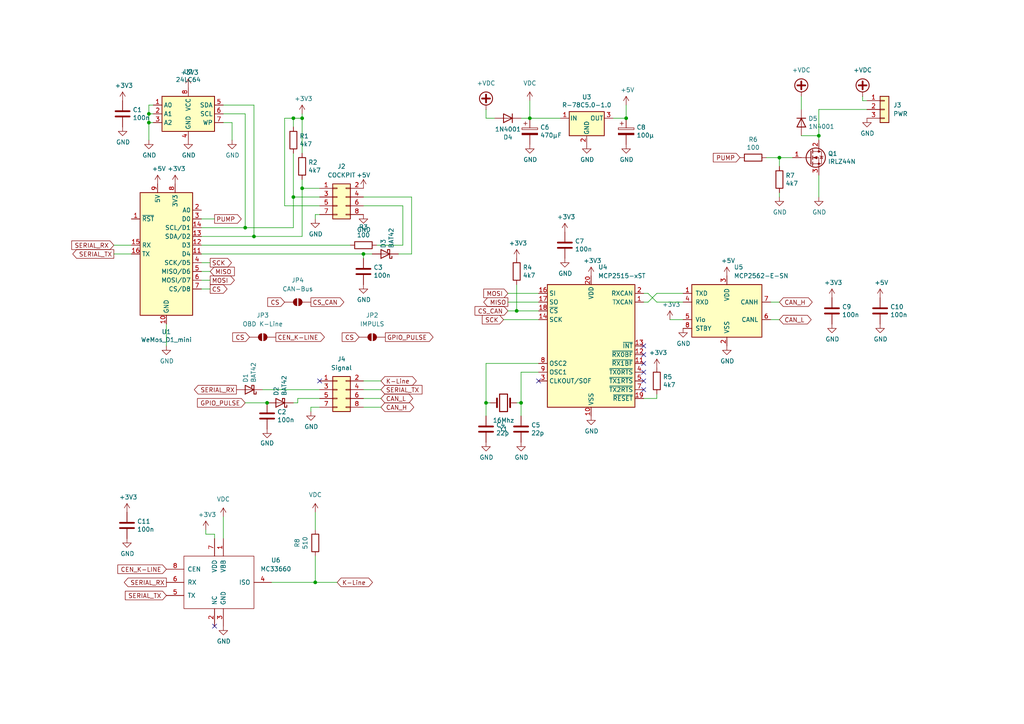
<source format=kicad_sch>
(kicad_sch (version 20250114) (generator "eeschema") (generator_version "9.0")
  (paper "A4")
  (title_block (title "KTM CAN Oiler") (date "2022-01-17") (rev "1.3") (company "Marcel Peterkau"))
  (lib_symbols
    (symbol "Connector_Generic:Conn_01x03" (pin_names (offset 1.016) (hide yes))
      (property "Reference" "J" (at 0 5.08 0))
      (property "Value" "Conn_01x03" (at 0 -5.08 0))
      (symbol "Conn_01x03_1_1"
        (rectangle (start -1.27 3.81) (end 1.27 -3.81) (stroke (width 0.254)) (fill (type background)))
        (rectangle (start -1.27 2.667) (end 0 2.413) (stroke (width 0.1524)))
        (rectangle (start -1.27 0.127) (end 0 -0.127) (stroke (width 0.1524)))
        (rectangle (start -1.27 -2.413) (end 0 -2.667) (stroke (width 0.1524)))
        (pin passive line (at -5.08 2.54 0) (length 3.81) (name "Pin_1") (number "1"))
        (pin passive line (at -5.08 0 0) (length 3.81) (name "Pin_2") (number "2"))
        (pin passive line (at -5.08 -2.54 0) (length 3.81) (name "Pin_3") (number "3"))
      )
    )
    (symbol "Connector_Generic:Conn_02x04_Odd_Even" (pin_names (offset 1.016) (hide yes))
      (property "Reference" "J" (at 1.27 5.08 0))
      (property "Value" "Conn_02x04_Odd_Even" (at 1.27 -7.62 0))
      (symbol "Conn_02x04_Odd_Even_1_1"
        (rectangle (start -1.27 3.81) (end 3.81 -6.35) (stroke (width 0.254)) (fill (type background)))
        (rectangle (start -1.27 2.667) (end 0 2.413) (stroke (width 0.1524)))
        (rectangle (start -1.27 0.127) (end 0 -0.127) (stroke (width 0.1524)))
        (rectangle (start -1.27 -2.413) (end 0 -2.667) (stroke (width 0.1524)))
        (rectangle (start -1.27 -4.953) (end 0 -5.207) (stroke (width 0.1524)))
        (rectangle (start 3.81 2.667) (end 2.54 2.413) (stroke (width 0.1524)))
        (rectangle (start 3.81 0.127) (end 2.54 -0.127) (stroke (width 0.1524)))
        (rectangle (start 3.81 -2.413) (end 2.54 -2.667) (stroke (width 0.1524)))
        (rectangle (start 3.81 -4.953) (end 2.54 -5.207) (stroke (width 0.1524)))
        (pin passive line (at -5.08 2.54 0) (length 3.81) (name "Pin_1") (number "1"))
        (pin passive line (at -5.08 0 0) (length 3.81) (name "Pin_3") (number "3"))
        (pin passive line (at -5.08 -2.54 0) (length 3.81) (name "Pin_5") (number "5"))
        (pin passive line (at -5.08 -5.08 0) (length 3.81) (name "Pin_7") (number "7"))
        (pin passive line (at 7.62 2.54 180) (length 3.81) (name "Pin_2") (number "2"))
        (pin passive line (at 7.62 0 180) (length 3.81) (name "Pin_4") (number "4"))
        (pin passive line (at 7.62 -2.54 180) (length 3.81) (name "Pin_6") (number "6"))
        (pin passive line (at 7.62 -5.08 180) (length 3.81) (name "Pin_8") (number "8"))
      )
    )
    (symbol "Device:C" (pin_numbers (hide yes)) (pin_names (offset 0.254))
      (property "Reference" "C" (at 0.635 2.54 0))
      (property "Value" "C" (at 0.635 -2.54 0))
      (symbol "C_0_1"
        (polyline (pts (xy -2.032 0.762) (xy 2.032 0.762)) (stroke (width 0.508)))
        (polyline (pts (xy -2.032 -0.762) (xy 2.032 -0.762)) (stroke (width 0.508)))
      )
      (symbol "C_1_1"
        (pin passive line (at 0 3.81 270) (length 2.794) (name "~") (number "1"))
        (pin passive line (at 0 -3.81 90) (length 2.794) (name "~") (number "2"))
      )
    )
    (symbol "Device:CP" (pin_numbers (hide yes)) (pin_names (offset 0.254))
      (property "Reference" "C" (at 0.635 2.54 0))
      (property "Value" "Device_CP" (at 0.635 -2.54 0))
      (symbol "CP_0_1"
        (rectangle (start -2.286 0.508) (end 2.286 1.016))
        (polyline (pts (xy -1.778 2.286) (xy -0.762 2.286)))
        (polyline (pts (xy -1.27 2.794) (xy -1.27 1.778)))
        (rectangle (start 2.286 -0.508) (end -2.286 -1.016) (fill (type outline)))
      )
      (symbol "CP_1_1"
        (pin passive line (at 0 3.81 270) (length 2.794) (name "~") (number "1"))
        (pin passive line (at 0 -3.81 90) (length 2.794) (name "~") (number "2"))
      )
    )
    (symbol "Device:Crystal" (pin_numbers (hide yes)) (pin_names (offset 1.016) (hide yes))
      (property "Reference" "Y1" (at 0 7.62 0))
      (property "Value" "16Mhz" (at 0 5.08 0))
      (symbol "Crystal_0_1"
        (polyline (pts (xy -2.54 0) (xy -1.905 0)))
        (polyline (pts (xy -1.905 -1.27) (xy -1.905 1.27)) (stroke (width 0.508)))
        (rectangle (start -1.143 2.54) (end 1.143 -2.54) (stroke (width 0.3048)))
        (polyline (pts (xy 1.905 -1.27) (xy 1.905 1.27)) (stroke (width 0.508)))
        (polyline (pts (xy 2.54 0) (xy 1.905 0)))
      )
      (symbol "Crystal_1_1"
        (pin passive line (at -3.81 0 0) (length 1.27) (name "1") (number "1"))
        (pin passive line (at 3.81 0 180) (length 1.27) (name "3") (number "3"))
      )
    )
    (symbol "Device:R" (pin_numbers (hide yes)) (pin_names (offset 0))
      (property "Reference" "R" (at 2.032 0 90))
      (property "Value" "R" (at 0 0 90))
      (symbol "R_0_1"
        (rectangle (start -1.016 -2.54) (end 1.016 2.54) (stroke (width 0.254)))
      )
      (symbol "R_1_1"
        (pin passive line (at 0 3.81 270) (length 1.27) (name "~") (number "1"))
        (pin passive line (at 0 -3.81 90) (length 1.27) (name "~") (number "2"))
      )
    )
    (symbol "Diode:1N4001" (pin_numbers (hide yes)) (pin_names (offset 1.016) (hide yes))
      (property "Reference" "D" (at 0 2.54 0))
      (property "Value" "1N4001" (at 0 -2.54 0))
      (symbol "1N4001_0_1"
        (polyline (pts (xy -1.27 1.27) (xy -1.27 -1.27)) (stroke (width 0.254)))
        (polyline (pts (xy 1.27 1.27) (xy 1.27 -1.27) (xy -1.27 0) (xy 1.27 1.27)) (stroke (width 0.254)))
        (polyline (pts (xy 1.27 0) (xy -1.27 0)))
      )
      (symbol "1N4001_1_1"
        (pin passive line (at -3.81 0 0) (length 2.54) (name "K") (number "1"))
        (pin passive line (at 3.81 0 180) (length 2.54) (name "A") (number "2"))
      )
    )
    (symbol "Diode:BAT42" (pin_numbers (hide yes)) (pin_names (offset 1.016) (hide yes))
      (property "Reference" "D" (at 0 2.54 0))
      (property "Value" "BAT42" (at 0 -2.54 0))
      (symbol "BAT42_0_1"
        (polyline (pts (xy -1.905 0.635) (xy -1.905 1.27) (xy -1.27 1.27) (xy -1.27 -1.27) (xy -0.635 -1.27) (xy -0.635 -0.635)) (stroke (width 0.254)))
        (polyline (pts (xy 1.27 1.27) (xy 1.27 -1.27) (xy -1.27 0) (xy 1.27 1.27)) (stroke (width 0.254)))
        (polyline (pts (xy 1.27 0) (xy -1.27 0)))
      )
      (symbol "BAT42_1_1"
        (pin passive line (at -3.81 0 0) (length 2.54) (name "K") (number "1"))
        (pin passive line (at 3.81 0 180) (length 2.54) (name "A") (number "2"))
      )
    )
    (symbol "Interface_CAN_LIN:MCP2515-xST"
      (property "Reference" "U" (at -10.16 19.685 0))
      (property "Value" "MCP2515-xST" (at 19.05 20.32 0))
      (symbol "MCP2515-xST_0_1"
        (rectangle (start -12.7 17.78) (end 12.7 -17.78) (stroke (width 0.254)) (fill (type background)))
      )
      (symbol "MCP2515-xST_1_1"
        (pin input line (at -15.24 15.24 0) (length 2.54) (name "SI") (number "16"))
        (pin output line (at -15.24 12.7 0) (length 2.54) (name "SO") (number "17"))
        (pin input line (at -15.24 10.16 0) (length 2.54) (name "~{CS}") (number "18"))
        (pin input line (at -15.24 7.62 0) (length 2.54) (name "SCK") (number "14"))
        (pin output line (at -15.24 -5.08 0) (length 2.54) (name "OSC2") (number "8"))
        (pin input line (at -15.24 -7.62 0) (length 2.54) (name "OSC1") (number "9"))
        (pin output line (at -15.24 -10.16 0) (length 2.54) (name "CLKOUT/SOF") (number "3"))
        (pin no_connect line (at -12.7 0 0) (length 2.54) (hide yes) (name "NC") (number "6"))
        (pin no_connect line (at -12.7 -2.54 0) (length 2.54) (hide yes) (name "NC") (number "15"))
        (pin power_in line (at 0 20.32 270) (length 2.54) (name "VDD") (number "20"))
        (pin power_in line (at 0 -20.32 90) (length 2.54) (name "VSS") (number "10"))
        (pin input line (at 15.24 15.24 180) (length 2.54) (name "RXCAN") (number "2"))
        (pin output line (at 15.24 12.7 180) (length 2.54) (name "TXCAN") (number "1"))
        (pin output line (at 15.24 0 180) (length 2.54) (name "~{INT}") (number "13"))
        (pin output line (at 15.24 -2.54 180) (length 2.54) (name "~{RX0BF}") (number "12"))
        (pin output line (at 15.24 -5.08 180) (length 2.54) (name "~{RX1BF}") (number "11"))
        (pin input line (at 15.24 -7.62 180) (length 2.54) (name "~{TX0RTS}") (number "4"))
        (pin input line (at 15.24 -10.16 180) (length 2.54) (name "~{TX1RTS}") (number "5"))
        (pin input line (at 15.24 -12.7 180) (length 2.54) (name "~{TX2RTS}") (number "7"))
        (pin input line (at 15.24 -15.24 180) (length 2.54) (name "~{RESET}") (number "19"))
      )
    )
    (symbol "Interface_CAN_LIN:MCP2562-E-SN" (pin_names (offset 1.016))
      (property "Reference" "U" (at -10.16 8.89 0))
      (property "Value" "MCP2562-E-SN" (at 2.54 8.89 0))
      (symbol "MCP2562-E-SN_0_1"
        (rectangle (start -10.16 7.62) (end 10.16 -7.62) (stroke (width 0.254)) (fill (type background)))
      )
      (symbol "MCP2562-E-SN_1_1"
        (pin input line (at -12.7 5.08 0) (length 2.54) (name "TXD") (number "1"))
        (pin output line (at -12.7 2.54 0) (length 2.54) (name "RXD") (number "4"))
        (pin power_in line (at -12.7 -2.54 0) (length 2.54) (name "Vio") (number "5"))
        (pin input line (at -12.7 -5.08 0) (length 2.54) (name "STBY") (number "8"))
        (pin power_in line (at 0 10.16 270) (length 2.54) (name "VDD") (number "3"))
        (pin power_in line (at 0 -10.16 90) (length 2.54) (name "VSS") (number "2"))
        (pin bidirectional line (at 12.7 2.54 180) (length 2.54) (name "CANH") (number "7"))
        (pin bidirectional line (at 12.7 -2.54 180) (length 2.54) (name "CANL") (number "6"))
      )
    )
    (symbol "Jumper:SolderJumper_2_Open" (pin_numbers (hide yes)) (pin_names (offset 0) (hide yes)) (in_bom no)
      (property "Reference" "JP" (at 0 2.032 0))
      (property "Value" "SolderJumper_2_Open" (at 0 -2.54 0))
      (symbol "SolderJumper_2_Open_0_1"
        (polyline (pts (xy -0.254 1.016) (xy -0.254 -1.016)))
        (arc (start -0.254 -1.016) (mid -1.2656 0) (end -0.254 1.016))
        (arc (start -0.254 -1.016) (mid -1.2656 0) (end -0.254 1.016) (fill (type outline)))
        (arc (start 0.254 1.016) (mid 1.2656 0) (end 0.254 -1.016))
        (arc (start 0.254 1.016) (mid 1.2656 0) (end 0.254 -1.016) (fill (type outline)))
        (polyline (pts (xy 0.254 1.016) (xy 0.254 -1.016)))
      )
      (symbol "SolderJumper_2_Open_1_1"
        (pin passive line (at -3.81 0 0) (length 2.54) (name "A") (number "1"))
        (pin passive line (at 3.81 0 180) (length 2.54) (name "B") (number "2"))
      )
    )
    (symbol "MC33660:MC33660" (pin_names (offset 1.016))
      (property "Reference" "U" (at 0 0 0))
      (property "Value" "MC33660" (at 0 -2.54 0))
      (symbol "MC33660_0_1"
        (rectangle (start -10.16 6.35) (end 10.16 -8.89))
      )
      (symbol "MC33660_1_1"
        (pin input line (at -15.24 2.54 0) (length 5.08) (name "CEN") (number "8"))
        (pin input line (at -15.24 -1.27 0) (length 5.08) (name "RX") (number "6"))
        (pin output line (at -15.24 -5.08 0) (length 5.08) (name "TX") (number "5"))
        (pin power_in line (at -1.27 11.43 270) (length 5.08) (name "VDD") (number "7"))
        (pin power_in line (at -1.27 -13.97 90) (length 5.08) (name "NC") (number "2"))
        (pin power_in line (at 1.27 11.43 270) (length 5.08) (name "VBB") (number "1"))
        (pin power_in line (at 1.27 -13.97 90) (length 5.08) (name "GND") (number "3"))
        (pin bidirectional line (at 15.24 -1.27 180) (length 5.08) (name "ISO") (number "4"))
      )
    )
    (symbol "MCU_Module:WeMos_D1_mini"
      (property "Reference" "U" (at 3.81 19.05 0))
      (property "Value" "WeMos_D1_mini" (at 1.27 -19.05 0))
      (symbol "WeMos_D1_mini_1_1"
        (rectangle (start -7.62 17.78) (end 7.62 -17.78) (stroke (width 0.254)) (fill (type background)))
        (pin input line (at -10.16 10.16 0) (length 2.54) (name "~{RST}") (number "1"))
        (pin input line (at -10.16 2.54 0) (length 2.54) (name "RX") (number "15"))
        (pin output line (at -10.16 0 0) (length 2.54) (name "TX") (number "16"))
        (pin power_in line (at -2.54 20.32 270) (length 2.54) (name "5V") (number "9"))
        (pin power_in line (at 0 -20.32 90) (length 2.54) (name "GND") (number "10"))
        (pin power_out line (at 2.54 20.32 270) (length 2.54) (name "3V3") (number "8"))
        (pin input line (at 10.16 12.7 180) (length 2.54) (name "A0") (number "2"))
        (pin bidirectional line (at 10.16 10.16 180) (length 2.54) (name "D0") (number "3"))
        (pin bidirectional line (at 10.16 7.62 180) (length 2.54) (name "SCL/D1") (number "14"))
        (pin bidirectional line (at 10.16 5.08 180) (length 2.54) (name "SDA/D2") (number "13"))
        (pin bidirectional line (at 10.16 2.54 180) (length 2.54) (name "D3") (number "12"))
        (pin bidirectional line (at 10.16 0 180) (length 2.54) (name "D4") (number "11"))
        (pin bidirectional line (at 10.16 -2.54 180) (length 2.54) (name "SCK/D5") (number "4"))
        (pin bidirectional line (at 10.16 -5.08 180) (length 2.54) (name "MISO/D6") (number "5"))
        (pin bidirectional line (at 10.16 -7.62 180) (length 2.54) (name "MOSI/D7") (number "6"))
        (pin bidirectional line (at 10.16 -10.16 180) (length 2.54) (name "CS/D8") (number "7"))
      )
    )
    (symbol "Memory_EEPROM:24LC64"
      (property "Reference" "U" (at -6.35 6.35 0))
      (property "Value" "24LC64" (at 1.27 6.35 0))
      (symbol "24LC64_1_1"
        (rectangle (start -7.62 5.08) (end 7.62 -5.08) (stroke (width 0.254)) (fill (type background)))
        (pin input line (at -10.16 2.54 0) (length 2.54) (name "A0") (number "1"))
        (pin input line (at -10.16 0 0) (length 2.54) (name "A1") (number "2"))
        (pin input line (at -10.16 -2.54 0) (length 2.54) (name "A2") (number "3"))
        (pin power_in line (at 0 7.62 270) (length 2.54) (name "VCC") (number "8"))
        (pin power_in line (at 0 -7.62 90) (length 2.54) (name "GND") (number "4"))
        (pin bidirectional line (at 10.16 2.54 180) (length 2.54) (name "SDA") (number "5"))
        (pin input line (at 10.16 0 180) (length 2.54) (name "SCL") (number "6"))
        (pin input line (at 10.16 -2.54 180) (length 2.54) (name "WP") (number "7"))
      )
    )
    (symbol "Regulator_Switching:R-78C5.0-1.0" (pin_names (offset 0.254))
      (property "Reference" "U" (at -3.81 3.175 0))
      (property "Value" "R-78C5.0-1.0" (at 0 3.175 0))
      (symbol "R-78C5.0-1.0_0_1"
        (rectangle (start -5.08 1.905) (end 5.08 -5.08) (stroke (width 0.254)) (fill (type background)))
      )
      (symbol "R-78C5.0-1.0_1_1"
        (pin power_in line (at -7.62 0 0) (length 2.54) (name "IN") (number "1"))
        (pin power_in line (at 0 -7.62 90) (length 2.54) (name "GND") (number "2"))
        (pin power_out line (at 7.62 0 180) (length 2.54) (name "OUT") (number "3"))
      )
    )
    (symbol "Transistor_FET:IRLZ44N" (pin_names (hide yes))
      (property "Reference" "Q" (at 6.35 1.905 0))
      (property "Value" "IRLZ44N" (at 6.35 0 0))
      (symbol "IRLZ44N_0_1"
        (polyline (pts (xy 0.254 1.905) (xy 0.254 -1.905)) (stroke (width 0.254)))
        (polyline (pts (xy 0.254 0) (xy -2.54 0)))
        (polyline (pts (xy 0.762 2.286) (xy 0.762 1.27)) (stroke (width 0.254)))
        (polyline (pts (xy 0.762 0.508) (xy 0.762 -0.508)) (stroke (width 0.254)))
        (polyline (pts (xy 0.762 -1.27) (xy 0.762 -2.286)) (stroke (width 0.254)))
        (polyline (pts (xy 0.762 -1.778) (xy 3.302 -1.778) (xy 3.302 1.778) (xy 0.762 1.778)))
        (polyline (pts (xy 1.016 0) (xy 2.032 0.381) (xy 2.032 -0.381) (xy 1.016 0)) (fill (type outline)))
        (circle (center 1.651 0) (radius 2.794) (stroke (width 0.254)))
        (polyline (pts (xy 2.54 2.54) (xy 2.54 1.778)))
        (circle (center 2.54 1.778) (radius 0.254) (fill (type outline)))
        (circle (center 2.54 -1.778) (radius 0.254) (fill (type outline)))
        (polyline (pts (xy 2.54 -2.54) (xy 2.54 0) (xy 0.762 0)))
        (polyline (pts (xy 2.794 0.508) (xy 2.921 0.381) (xy 3.683 0.381) (xy 3.81 0.254)))
        (polyline (pts (xy 3.302 0.381) (xy 2.921 -0.254) (xy 3.683 -0.254) (xy 3.302 0.381)))
      )
      (symbol "IRLZ44N_1_1"
        (pin input line (at -5.08 0 0) (length 2.54) (name "G") (number "1"))
        (pin passive line (at 2.54 5.08 270) (length 2.54) (name "D") (number "2"))
        (pin passive line (at 2.54 -5.08 90) (length 2.54) (name "S") (number "3"))
      )
    )
    (symbol "power:+3.3V" (power) (pin_names (offset 0))
      (property "Value" "+3.3V" (at 0 3.556 0))
      (symbol "+3.3V_0_1"
        (polyline (pts (xy -0.762 1.27) (xy 0 2.54)))
        (polyline (pts (xy 0 2.54) (xy 0.762 1.27)))
        (polyline (pts (xy 0 0) (xy 0 2.54)))
      )
      (symbol "+3.3V_1_1"
        (pin power_in line (at 0 0 90) (length 0) (hide yes) (name "+3V3") (number "1"))
      )
    )
    (symbol "power:+5V" (power) (pin_names (offset 0))
      (property "Value" "+5V" (at 0 3.556 0))
      (symbol "+5V_0_1"
        (polyline (pts (xy -0.762 1.27) (xy 0 2.54)))
        (polyline (pts (xy 0 2.54) (xy 0.762 1.27)))
        (polyline (pts (xy 0 0) (xy 0 2.54)))
      )
      (symbol "+5V_1_1"
        (pin power_in line (at 0 0 90) (length 0) (hide yes) (name "+5V") (number "1"))
      )
    )
    (symbol "power:+VDC" (power) (pin_numbers (hide yes)) (pin_names (offset 0) (hide yes))
      (property "Value" "+VDC" (at 0 6.35 0))
      (symbol "+VDC_0_1"
        (polyline (pts (xy -1.143 3.175) (xy 1.143 3.175)) (stroke (width 0.508)))
        (circle (center 0 3.175) (radius 1.905) (stroke (width 0.254)))
        (polyline (pts (xy 0 2.032) (xy 0 4.318)) (stroke (width 0.508)))
        (polyline (pts (xy 0 0) (xy 0 1.27)))
      )
      (symbol "+VDC_1_1"
        (pin power_in line (at 0 0 90) (length 0) (name "~") (number "1"))
      )
    )
    (symbol "power:GND" (power) (pin_names (offset 0))
      (property "Value" "GND" (at 0 -3.81 0))
      (symbol "GND_0_1"
        (polyline (pts (xy 0 0) (xy 0 -1.27) (xy 1.27 -1.27) (xy 0 -2.54) (xy -1.27 -1.27) (xy 0 -1.27)))
      )
      (symbol "GND_1_1"
        (pin power_in line (at 0 0 270) (length 0) (hide yes) (name "GND") (number "1"))
      )
    )
    (symbol "power:VDC" (power) (pin_names (offset 0))
      (property "Value" "VDC" (at 0 6.35 0))
      (symbol "VDC_0_1"
        (polyline (pts (xy -0.762 1.27) (xy 0 2.54)))
        (polyline (pts (xy 0 2.54) (xy 0.762 1.27)))
        (polyline (pts (xy 0 0) (xy 0 2.54)))
      )
      (symbol "VDC_1_1"
        (pin power_in line (at 0 0 90) (length 0) (hide yes) (name "VDC") (number "1"))
      )
    )
  )
  (junction (at 85.09 57.15))
  (junction (at 226.06 45.72))
  (junction (at 87.63 34.29))
  (junction (at 87.63 54.61))
  (junction (at 237.49 39.37))
  (junction (at 73.66 68.58))
  (junction (at 151.13 116.84))
  (junction (at 43.18 33.02))
  (junction (at 105.41 73.66))
  (junction (at 181.61 34.29))
  (junction (at 71.12 66.04))
  (junction (at 149.86 90.17))
  (junction (at 140.97 116.84))
  (junction (at 77.47 116.84))
  (junction (at 153.67 34.29))
  (junction (at 85.09 34.29))
  (junction (at 43.18 35.56))
  (junction (at 91.44 168.91))
  (no_connect (at 186.69 113.03))
  (no_connect (at 186.69 110.49))
  (no_connect (at 186.69 107.95))
  (no_connect (at 186.69 105.41))
  (no_connect (at 186.69 102.87))
  (no_connect (at 92.71 110.49))
  (no_connect (at 186.69 100.33))
  (no_connect (at 62.23 181.61))
  (no_connect (at 156.21 110.49))
  (wire (pts (xy 82.55 34.29) (xy 85.09 34.29)))
  (wire (pts (xy 140.97 116.84) (xy 140.97 105.41)))
  (wire (pts (xy 92.71 62.23) (xy 91.44 62.23)))
  (wire (pts (xy 105.41 73.66) (xy 107.95 73.66)))
  (wire (pts (xy 190.5 85.09) (xy 198.12 85.09)))
  (wire (pts (xy 48.26 100.33) (xy 48.26 93.98)))
  (wire (pts (xy 58.42 66.04) (xy 71.12 66.04)))
  (wire (pts (xy 78.74 168.91) (xy 91.44 168.91)))
  (wire (pts (xy 58.42 68.58) (xy 73.66 68.58)))
  (wire (pts (xy 43.18 30.48) (xy 43.18 33.02)))
  (wire (pts (xy 149.86 90.17) (xy 149.86 82.55)))
  (wire (pts (xy 105.41 59.69) (xy 116.84 59.69)))
  (wire (pts (xy 250.19 29.21) (xy 251.46 29.21)))
  (wire (pts (xy 85.09 116.84) (xy 86.36 116.84)))
  (wire (pts (xy 105.41 110.49) (xy 110.49 110.49)))
  (wire (pts (xy 91.44 148.59) (xy 91.44 153.67)))
  (wire (pts (xy 186.69 87.63) (xy 187.96 87.63)))
  (wire (pts (xy 146.05 92.71) (xy 156.21 92.71)))
  (wire (pts (xy 71.12 66.04) (xy 85.09 66.04)))
  (wire (pts (xy 33.02 71.12) (xy 38.1 71.12)))
  (wire (pts (xy 237.49 31.75) (xy 237.49 39.37)))
  (wire (pts (xy 223.52 92.71) (xy 226.06 92.71)))
  (wire (pts (xy 44.45 33.02) (xy 43.18 33.02)))
  (wire (pts (xy 109.22 71.12) (xy 116.84 71.12)))
  (wire (pts (xy 190.5 114.3) (xy 190.5 115.57)))
  (wire (pts (xy 43.18 35.56) (xy 43.18 40.64)))
  (wire (pts (xy 140.97 116.84) (xy 142.24 116.84)))
  (wire (pts (xy 58.42 78.74) (xy 60.96 78.74)))
  (wire (pts (xy 105.41 57.15) (xy 119.38 57.15)))
  (wire (pts (xy 222.25 45.72) (xy 226.06 45.72)))
  (wire (pts (xy 85.09 44.45) (xy 85.09 57.15)))
  (wire (pts (xy 62.23 154.94) (xy 59.69 154.94)))
  (wire (pts (xy 187.96 87.63) (xy 190.5 85.09)))
  (wire (pts (xy 87.63 54.61) (xy 92.71 54.61)))
  (wire (pts (xy 190.5 87.63) (xy 198.12 87.63)))
  (wire (pts (xy 58.42 73.66) (xy 105.41 73.66)))
  (wire (pts (xy 62.23 156.21) (xy 62.23 154.94)))
  (wire (pts (xy 76.2 113.03) (xy 92.71 113.03)))
  (wire (pts (xy 64.77 35.56) (xy 67.31 35.56)))
  (wire (pts (xy 156.21 90.17) (xy 149.86 90.17)))
  (wire (pts (xy 85.09 57.15) (xy 92.71 57.15)))
  (wire (pts (xy 151.13 34.29) (xy 153.67 34.29)))
  (wire (pts (xy 147.32 90.17) (xy 149.86 90.17)))
  (wire (pts (xy 85.09 34.29) (xy 85.09 36.83)))
  (wire (pts (xy 71.12 33.02) (xy 71.12 66.04)))
  (wire (pts (xy 151.13 116.84) (xy 151.13 107.95)))
  (wire (pts (xy 186.69 115.57) (xy 190.5 115.57)))
  (wire (pts (xy 44.45 30.48) (xy 43.18 30.48)))
  (wire (pts (xy 105.41 118.11) (xy 110.49 118.11)))
  (wire (pts (xy 105.41 73.66) (xy 105.41 74.93)))
  (wire (pts (xy 86.36 115.57) (xy 92.71 115.57)))
  (wire (pts (xy 181.61 34.29) (xy 181.61 30.48)))
  (wire (pts (xy 226.06 45.72) (xy 229.87 45.72)))
  (wire (pts (xy 82.55 59.69) (xy 82.55 34.29)))
  (wire (pts (xy 147.32 85.09) (xy 156.21 85.09)))
  (wire (pts (xy 223.52 87.63) (xy 226.06 87.63)))
  (wire (pts (xy 237.49 57.15) (xy 237.49 50.8)))
  (wire (pts (xy 85.09 34.29) (xy 87.63 34.29)))
  (wire (pts (xy 115.57 73.66) (xy 119.38 73.66)))
  (wire (pts (xy 232.41 27.94) (xy 232.41 31.75)))
  (wire (pts (xy 64.77 33.02) (xy 71.12 33.02)))
  (wire (pts (xy 87.63 34.29) (xy 87.63 33.02)))
  (wire (pts (xy 187.96 85.09) (xy 190.5 87.63)))
  (wire (pts (xy 237.49 40.64) (xy 237.49 39.37)))
  (wire (pts (xy 67.31 35.56) (xy 67.31 40.64)))
  (wire (pts (xy 105.41 113.03) (xy 110.49 113.03)))
  (wire (pts (xy 59.69 154.94) (xy 59.69 153.67)))
  (wire (pts (xy 119.38 57.15) (xy 119.38 73.66)))
  (wire (pts (xy 116.84 59.69) (xy 116.84 71.12)))
  (wire (pts (xy 91.44 168.91) (xy 97.79 168.91)))
  (wire (pts (xy 140.97 34.29) (xy 143.51 34.29)))
  (wire (pts (xy 186.69 85.09) (xy 187.96 85.09)))
  (wire (pts (xy 91.44 168.91) (xy 91.44 161.29)))
  (wire (pts (xy 58.42 71.12) (xy 101.6 71.12)))
  (wire (pts (xy 43.18 33.02) (xy 43.18 35.56)))
  (wire (pts (xy 149.86 116.84) (xy 151.13 116.84)))
  (wire (pts (xy 58.42 76.2) (xy 60.96 76.2)))
  (wire (pts (xy 140.97 31.75) (xy 140.97 34.29)))
  (wire (pts (xy 58.42 81.28) (xy 60.96 81.28)))
  (wire (pts (xy 237.49 31.75) (xy 251.46 31.75)))
  (wire (pts (xy 226.06 57.15) (xy 226.06 55.88)))
  (wire (pts (xy 151.13 107.95) (xy 156.21 107.95)))
  (wire (pts (xy 147.32 87.63) (xy 156.21 87.63)))
  (wire (pts (xy 58.42 63.5) (xy 62.23 63.5)))
  (wire (pts (xy 87.63 52.07) (xy 87.63 54.61)))
  (wire (pts (xy 87.63 68.58) (xy 87.63 54.61)))
  (wire (pts (xy 140.97 120.65) (xy 140.97 116.84)))
  (wire (pts (xy 194.31 92.71) (xy 198.12 92.71)))
  (wire (pts (xy 86.36 115.57) (xy 86.36 116.84)))
  (wire (pts (xy 232.41 39.37) (xy 237.49 39.37)))
  (wire (pts (xy 91.44 62.23) (xy 91.44 63.5)))
  (wire (pts (xy 58.42 83.82) (xy 60.96 83.82)))
  (wire (pts (xy 71.12 116.84) (xy 77.47 116.84)))
  (wire (pts (xy 90.17 118.11) (xy 92.71 118.11)))
  (wire (pts (xy 73.66 68.58) (xy 87.63 68.58)))
  (wire (pts (xy 44.45 35.56) (xy 43.18 35.56)))
  (wire (pts (xy 151.13 120.65) (xy 151.13 116.84)))
  (wire (pts (xy 33.02 73.66) (xy 38.1 73.66)))
  (wire (pts (xy 64.77 30.48) (xy 73.66 30.48)))
  (wire (pts (xy 153.67 29.21) (xy 153.67 34.29)))
  (wire (pts (xy 226.06 48.26) (xy 226.06 45.72)))
  (wire (pts (xy 85.09 66.04) (xy 85.09 57.15)))
  (wire (pts (xy 140.97 105.41) (xy 156.21 105.41)))
  (wire (pts (xy 177.8 34.29) (xy 181.61 34.29)))
  (wire (pts (xy 87.63 44.45) (xy 87.63 34.29)))
  (wire (pts (xy 92.71 59.69) (xy 82.55 59.69)))
  (wire (pts (xy 105.41 115.57) (xy 110.49 115.57)))
  (wire (pts (xy 250.19 27.94) (xy 250.19 29.21)))
  (wire (pts (xy 73.66 30.48) (xy 73.66 68.58)))
  (wire (pts (xy 90.17 119.38) (xy 90.17 118.11)))
  (wire (pts (xy 64.77 149.86) (xy 64.77 156.21)))
  (wire (pts (xy 153.67 34.29) (xy 162.56 34.29)))
  (global_label "MOSI" (shape output) (at 60.96 81.28 0) (property "Intersheetrefs" "${INTERSHEET_REFS}" (effects (hide yes))))
  (global_label "K-Line" (shape bidirectional) (at 97.79 168.91 0) (property "Intersheetrefs" "${INTERSHEET_REFS}" (effects (hide yes))))
  (global_label "SCK" (shape input) (at 146.05 92.71 180) (property "Intersheetrefs" "${INTERSHEET_REFS}" (effects (hide yes))))
  (global_label "CS" (shape input) (at 104.14 97.79 180) (property "Intersheetrefs" "${INTERSHEET_REFS}" (effects (hide yes))))
  (global_label "SERIAL_RX" (shape output) (at 48.26 168.91 180) (property "Intersheetrefs" "${INTERSHEET_REFS}" (effects (hide yes))))
  (global_label "CS" (shape input) (at 72.39 97.79 180) (property "Intersheetrefs" "${INTERSHEET_REFS}" (effects (hide yes))))
  (global_label "K-Line" (shape bidirectional) (at 110.49 110.49 0) (property "Intersheetrefs" "${INTERSHEET_REFS}" (effects (hide yes))))
  (global_label "CAN_L" (shape bidirectional) (at 110.49 115.57 0) (property "Intersheetrefs" "${INTERSHEET_REFS}" (effects (hide yes))))
  (global_label "SERIAL_TX" (shape input) (at 110.49 113.03 0) (property "Intersheetrefs" "${INTERSHEET_REFS}" (effects (hide yes))))
  (global_label "SERIAL_TX" (shape input) (at 48.26 172.72 180) (property "Intersheetrefs" "${INTERSHEET_REFS}" (effects (hide yes))))
  (global_label "CS" (shape input) (at 82.55 87.63 180) (property "Intersheetrefs" "${INTERSHEET_REFS}" (effects (hide yes))))
  (global_label "CS" (shape output) (at 60.96 83.82 0) (property "Intersheetrefs" "${INTERSHEET_REFS}" (effects (hide yes))))
  (global_label "SCK" (shape output) (at 60.96 76.2 0) (property "Intersheetrefs" "${INTERSHEET_REFS}" (effects (hide yes))))
  (global_label "PUMP" (shape output) (at 62.23 63.5 0) (property "Intersheetrefs" "${INTERSHEET_REFS}" (effects (hide yes))))
  (global_label "CAN_H" (shape bidirectional) (at 110.49 118.11 0) (property "Intersheetrefs" "${INTERSHEET_REFS}" (effects (hide yes))))
  (global_label "SERIAL_TX" (shape output) (at 33.02 73.66 180) (property "Intersheetrefs" "${INTERSHEET_REFS}" (effects (hide yes))))
  (global_label "PUMP" (shape input) (at 214.63 45.72 180) (property "Intersheetrefs" "${INTERSHEET_REFS}" (effects (hide yes))))
  (global_label "MOSI" (shape input) (at 147.32 85.09 180) (property "Intersheetrefs" "${INTERSHEET_REFS}" (effects (hide yes))))
  (global_label "CS_CAN" (shape output) (at 90.17 87.63 0) (property "Intersheetrefs" "${INTERSHEET_REFS}" (effects (hide yes))))
  (global_label "CAN_H" (shape bidirectional) (at 226.06 87.63 0) (property "Intersheetrefs" "${INTERSHEET_REFS}" (effects (hide yes))))
  (global_label "GPIO_PULSE" (shape input) (at 71.12 116.84 180) (property "Intersheetrefs" "${INTERSHEET_REFS}" (effects (hide yes))))
  (global_label "SERIAL_RX" (shape input) (at 33.02 71.12 180) (property "Intersheetrefs" "${INTERSHEET_REFS}" (effects (hide yes))))
  (global_label "CEN_K-LINE" (shape output) (at 80.01 97.79 0) (property "Intersheetrefs" "${INTERSHEET_REFS}" (effects (hide yes))))
  (global_label "SERIAL_RX" (shape output) (at 68.58 113.03 180) (property "Intersheetrefs" "${INTERSHEET_REFS}" (effects (hide yes))))
  (global_label "CAN_L" (shape bidirectional) (at 226.06 92.71 0) (property "Intersheetrefs" "${INTERSHEET_REFS}" (effects (hide yes))))
  (global_label "CEN_K-LINE" (shape input) (at 48.26 165.1 180) (property "Intersheetrefs" "${INTERSHEET_REFS}" (effects (hide yes))))
  (global_label "CS_CAN" (shape input) (at 147.32 90.17 180) (property "Intersheetrefs" "${INTERSHEET_REFS}" (effects (hide yes))))
  (global_label "MISO" (shape input) (at 60.96 78.74 0) (property "Intersheetrefs" "${INTERSHEET_REFS}" (effects (hide yes))))
  (global_label "GPIO_PULSE" (shape output) (at 111.76 97.79 0) (property "Intersheetrefs" "${INTERSHEET_REFS}" (effects (hide yes))))
  (global_label "MISO" (shape output) (at 147.32 87.63 180) (property "Intersheetrefs" "${INTERSHEET_REFS}" (effects (hide yes))))
  (symbol (lib_id "MCU_Module:WeMos_D1_mini") (at 48.26 73.66 0) (unit 1)
    (property "Reference" "U1" (at 48.26 96.2406 0))
    (property "Value" "WeMos_D1_mini" (at 48.26 98.552 0))
    (property "Footprint" "Module:WEMOS_D1_mini_light" (effects (hide yes)))
    (property "Datasheet" "https://wiki.wemos.cc/products:d1:d1_mini#documentation" (effects (hide yes)))
  )
  (symbol (lib_id "Transistor_FET:IRLZ44N") (at 234.95 45.72 0) (unit 1)
    (property "Reference" "Q1" (at 240.1316 44.5516 0) (effects (justify left)))
    (property "Value" "IRLZ44N" (at 240.1316 46.863 0) (effects (justify left)))
    (property "Footprint" "Package_TO_SOT_THT:TO-220-3_Vertical" (effects (hide yes)))
    (property "Datasheet" "http://www.irf.com/product-info/datasheets/data/irlz44n.pdf" (effects (hide yes)))
  )
  (symbol (lib_id "Device:R") (at 226.06 52.07 0) (unit 1)
    (property "Reference" "R7" (at 227.838 50.9016 0) (effects (justify left)))
    (property "Value" "4k7" (at 227.838 53.213 0) (effects (justify left)))
    (property "Footprint" "Resistor_SMD:R_0805_2012Metric_Pad1.20x1.40mm_HandSolder" (effects (hide yes)))
  )
  (symbol (lib_id "Device:R") (at 218.44 45.72 270) (unit 1)
    (property "Reference" "R6" (at 218.44 40.4622 90))
    (property "Value" "100" (at 218.44 42.7736 90))
    (property "Footprint" "Resistor_SMD:R_0805_2012Metric_Pad1.20x1.40mm_HandSolder" (effects (hide yes)))
  )
  (symbol (lib_id "power:GND") (at 226.06 57.15 0) (unit 1)
    (property "Reference" "#PWR034" (effects (hide yes)))
    (property "Value" "GND" (at 226.187 61.5442 0))
  )
  (symbol (lib_id "power:GND") (at 237.49 57.15 0) (unit 1)
    (property "Reference" "#PWR036" (effects (hide yes)))
    (property "Value" "GND" (at 237.617 61.5442 0))
  )
  (symbol (lib_id "power:GND") (at 48.26 100.33 0) (unit 1)
    (property "Reference" "#PWR05" (effects (hide yes)))
    (property "Value" "GND" (at 48.387 104.7242 0))
  )
  (symbol (lib_id "power:GND") (at 251.46 34.29 0) (unit 1)
    (property "Reference" "#PWR040" (effects (hide yes)))
    (property "Value" "GND" (at 251.587 38.6842 0))
  )
  (symbol (lib_id "power:GND") (at 170.18 41.91 0) (unit 1)
    (property "Reference" "#PWR024" (effects (hide yes)))
    (property "Value" "GND" (at 170.307 46.3042 0))
  )
  (symbol (lib_id "power:+3.3V") (at 50.8 53.34 0) (unit 1)
    (property "Reference" "#PWR06" (effects (hide yes)))
    (property "Value" "+3V3" (at 51.181 48.9458 0))
  )
  (symbol (lib_id "Regulator_Switching:R-78C5.0-1.0") (at 170.18 34.29 0) (unit 1)
    (property "Reference" "U3" (at 170.18 28.1432 0))
    (property "Value" "R-78C5.0-1.0" (at 170.18 30.4546 0))
    (property "Footprint" "Converter_DCDC:Converter_DCDC_RECOM_R-78E-0.5_THT" (effects (hide yes)))
    (property "Datasheet" "https://www.recom-power.com/pdf/Innoline/R-78Cxx-1.0.pdf" (effects (hide yes)))
  )
  (symbol (lib_id "power:+5V") (at 45.72 53.34 0) (unit 1)
    (property "Reference" "#PWR04" (effects (hide yes)))
    (property "Value" "+5V" (at 46.101 48.9458 0))
  )
  (symbol (lib_id "power:+5V") (at 181.61 30.48 0) (unit 1)
    (property "Reference" "#PWR027" (effects (hide yes)))
    (property "Value" "+5V" (at 181.991 26.0858 0))
  )
  (symbol (lib_id "Diode:BAT42") (at 81.28 116.84 180) (unit 1)
    (property "Reference" "D2" (at 80.1116 114.808 90) (effects (justify right)))
    (property "Value" "BAT42" (at 82.423 114.808 90) (effects (justify right)))
    (property "Footprint" "Diode_SMD:D_SOD-123" (effects (hide yes)))
    (property "Datasheet" "http://www.vishay.com/docs/85660/bat42.pdf" (effects (hide yes)))
    (property "Reichelt Order No." "BAT 42" (effects (hide yes)))
  )
  (symbol (lib_id "Device:C") (at 105.41 78.74 0) (unit 1)
    (property "Reference" "C3" (at 108.331 77.5716 0) (effects (justify left)))
    (property "Value" "100n" (at 108.331 79.883 0) (effects (justify left)))
    (property "Footprint" "Capacitor_SMD:C_0805_2012Metric_Pad1.18x1.45mm_HandSolder" (effects (hide yes)))
  )
  (symbol (lib_id "Device:C") (at 77.47 120.65 0) (unit 1)
    (property "Reference" "C2" (at 80.391 119.4816 0) (effects (justify left)))
    (property "Value" "100n" (at 80.391 121.793 0) (effects (justify left)))
    (property "Footprint" "Capacitor_SMD:C_0805_2012Metric_Pad1.18x1.45mm_HandSolder" (effects (hide yes)))
  )
  (symbol (lib_id "power:GND") (at 77.47 124.46 0) (unit 1)
    (property "Reference" "#PWR010" (effects (hide yes)))
    (property "Value" "GND" (at 77.47 128.524 0))
  )
  (symbol (lib_id "power:GND") (at 105.41 82.55 0) (unit 1)
    (property "Reference" "#PWR016" (effects (hide yes)))
    (property "Value" "GND" (at 105.537 86.9442 0))
  )
  (symbol (lib_id "Diode:BAT42") (at 111.76 73.66 180) (unit 1)
    (property "Reference" "D3" (at 111.1758 72.009 90) (effects (justify right)))
    (property "Value" "BAT42" (at 113.4872 72.009 90) (effects (justify right)))
    (property "Footprint" "Diode_SMD:D_SOD-123" (effects (hide yes)))
    (property "Datasheet" "http://www.vishay.com/docs/85660/bat42.pdf" (effects (hide yes)))
    (property "Reichelt Order No." "BAT 42" (effects (hide yes)))
  )
  (symbol (lib_id "Diode:1N4001") (at 147.32 34.29 180) (unit 1)
    (property "Reference" "D4" (at 147.32 39.8018 0))
    (property "Value" "1N4001" (at 147.32 37.4904 0))
    (property "Footprint" "Diode_THT:D_DO-35_SOD27_P7.62mm_Horizontal" (effects (hide yes)))
    (property "Datasheet" "http://www.vishay.com/docs/88503/1n4001.pdf" (effects (hide yes)))
  )
  (symbol (lib_id "Device:CP") (at 153.67 38.1 0) (unit 1)
    (property "Reference" "C6" (at 156.6672 36.9316 0) (effects (justify left)))
    (property "Value" "470µF" (at 156.6672 39.243 0) (effects (justify left)))
    (property "Footprint" "Capacitor_SMD:CP_Elec_8x10" (effects (hide yes)))
    (property "Reichelt Order No." "ECC MZS350ARA471" (effects (hide yes)))
  )
  (symbol (lib_id "power:GND") (at 153.67 41.91 0) (unit 1)
    (property "Reference" "#PWR021" (effects (hide yes)))
    (property "Value" "GND" (at 153.797 46.3042 0))
  )
  (symbol (lib_id "Device:CP") (at 181.61 38.1 0) (unit 1)
    (property "Reference" "C8" (at 184.6072 36.9316 0) (effects (justify left)))
    (property "Value" "100µ" (at 184.6072 39.243 0) (effects (justify left)))
    (property "Footprint" "Capacitor_SMD:CP_Elec_6.3x7.7" (effects (hide yes)))
    (property "Reichelt Order No." "ECC HXE250ARA101" (effects (hide yes)))
  )
  (symbol (lib_id "power:GND") (at 181.61 41.91 0) (unit 1)
    (property "Reference" "#PWR028" (effects (hide yes)))
    (property "Value" "GND" (at 181.737 46.3042 0))
  )
  (symbol (lib_id "power:GND") (at 105.41 62.23 0) (unit 1)
    (property "Reference" "#PWR015" (effects (hide yes)))
    (property "Value" "GND" (at 105.537 66.6242 0))
  )
  (symbol (lib_id "power:+5V") (at 105.41 54.61 0) (unit 1)
    (property "Reference" "#PWR014" (effects (hide yes)))
    (property "Value" "+5V" (at 105.41 50.8 0))
  )
  (symbol (lib_id "Device:R") (at 105.41 71.12 270) (unit 1)
    (property "Reference" "R3" (at 105.41 65.8622 90))
    (property "Value" "100" (at 105.41 68.1736 90))
    (property "Footprint" "Resistor_SMD:R_0805_2012Metric_Pad1.20x1.40mm_HandSolder" (effects (hide yes)))
  )
  (symbol (lib_id "Diode:1N4001") (at 232.41 35.56 270) (unit 1)
    (property "Reference" "D5" (at 234.442 34.3916 90) (effects (justify left)))
    (property "Value" "1N4001" (at 234.442 36.703 90) (effects (justify left)))
    (property "Footprint" "Diode_THT:D_DO-35_SOD27_P7.62mm_Horizontal" (effects (hide yes)))
    (property "Datasheet" "http://www.vishay.com/docs/88503/1n4001.pdf" (effects (hide yes)))
  )
  (symbol (lib_id "power:GND") (at 90.17 119.38 0) (unit 1)
    (property "Reference" "#PWR011" (effects (hide yes)))
    (property "Value" "GND" (at 90.297 123.7742 0))
  )
  (symbol (lib_id "Memory_EEPROM:24LC64") (at 54.61 33.02 0) (unit 1)
    (property "Reference" "U2" (at 54.61 20.8026 0))
    (property "Value" "24LC64" (at 54.61 23.114 0))
    (property "Footprint" "Package_SO:SOIC-8_3.9x4.9mm_P1.27mm" (effects (hide yes)))
    (property "Datasheet" "http://ww1.microchip.com/downloads/en/DeviceDoc/21189f.pdf" (effects (hide yes)))
  )
  (symbol (lib_id "power:+3.3V") (at 54.61 25.4 0) (unit 1)
    (property "Reference" "#PWR07" (effects (hide yes)))
    (property "Value" "+3V3" (at 54.991 21.0058 0))
  )
  (symbol (lib_id "power:GND") (at 54.61 40.64 0) (unit 1)
    (property "Reference" "#PWR08" (effects (hide yes)))
    (property "Value" "GND" (at 54.737 45.0342 0))
  )
  (symbol (lib_id "power:GND") (at 43.18 40.64 0) (unit 1)
    (property "Reference" "#PWR03" (effects (hide yes)))
    (property "Value" "GND" (at 43.307 45.0342 0))
  )
  (symbol (lib_id "Device:C") (at 35.56 33.02 0) (unit 1)
    (property "Reference" "C1" (at 38.481 31.8516 0) (effects (justify left)))
    (property "Value" "100n" (at 38.481 34.163 0) (effects (justify left)))
    (property "Footprint" "Capacitor_SMD:C_0805_2012Metric_Pad1.18x1.45mm_HandSolder" (effects (hide yes)))
  )
  (symbol (lib_id "power:GND") (at 35.56 36.83 0) (unit 1)
    (property "Reference" "#PWR02" (effects (hide yes)))
    (property "Value" "GND" (at 35.687 41.2242 0))
  )
  (symbol (lib_id "power:+3.3V") (at 35.56 29.21 0) (unit 1)
    (property "Reference" "#PWR01" (effects (hide yes)))
    (property "Value" "+3V3" (at 35.941 24.8158 0))
  )
  (symbol (lib_id "power:GND") (at 67.31 40.64 0) (unit 1)
    (property "Reference" "#PWR09" (effects (hide yes)))
    (property "Value" "GND" (at 67.437 45.0342 0))
  )
  (symbol (lib_id "power:+3.3V") (at 87.63 33.02 0) (unit 1)
    (property "Reference" "#PWR012" (effects (hide yes)))
    (property "Value" "+3V3" (at 88.011 28.6258 0))
  )
  (symbol (lib_id "power:GND") (at 91.44 63.5 0) (unit 1)
    (property "Reference" "#PWR013" (effects (hide yes)))
    (property "Value" "GND" (at 91.567 67.8942 0))
  )
  (symbol (lib_id "Device:R") (at 85.09 40.64 180) (unit 1)
    (property "Reference" "R1" (at 86.868 39.4716 0) (effects (justify right)))
    (property "Value" "4k7" (at 86.868 41.783 0) (effects (justify right)))
    (property "Footprint" "Resistor_SMD:R_0805_2012Metric_Pad1.20x1.40mm_HandSolder" (effects (hide yes)))
  )
  (symbol (lib_id "Device:R") (at 87.63 48.26 180) (unit 1)
    (property "Reference" "R2" (at 89.408 47.0916 0) (effects (justify right)))
    (property "Value" "4k7" (at 89.408 49.403 0) (effects (justify right)))
    (property "Footprint" "Resistor_SMD:R_0805_2012Metric_Pad1.20x1.40mm_HandSolder" (effects (hide yes)))
  )
  (symbol (lib_id "Device:Crystal") (at 146.05 116.84 180) (unit 1)
    (property "Reference" "Y1" (at 146.05 124.46 0))
    (property "Value" "16Mhz" (at 146.05 121.92 0))
    (property "Footprint" "Crystal:Crystal_SMD_EuroQuartz_X22-4Pin_2.5x2.0mm_HandSoldering" (effects (hide yes)))
  )
  (symbol (lib_id "Jumper:SolderJumper_2_Open") (at 86.36 87.63 0) (unit 1) (in_bom no)
    (property "Reference" "JP4" (at 86.36 81.28 0))
    (property "Value" "CAN-Bus" (at 86.36 83.82 0))
    (property "Footprint" "Jumper:SolderJumper-2_P1.3mm_Open_RoundedPad1.0x1.5mm" (effects (hide yes)))
    (property "Description" "Solder Jumper, 2-pole, open" (effects (hide yes)))
  )
  (symbol (lib_id "power:+3.3V") (at 194.31 92.71 0) (unit 1)
    (property "Reference" "#PWR030" (effects (hide yes)))
    (property "Value" "+3V3" (at 194.691 88.3158 0))
  )
  (symbol (lib_id "power:+3.3V") (at 59.69 153.67 0) (unit 1)
    (property "Reference" "#PWR045" (effects (hide yes)))
    (property "Value" "+3V3" (at 60.071 149.2758 0))
  )
  (symbol (lib_id "Connector_Generic:Conn_02x04_Odd_Even") (at 97.79 113.03 0) (unit 1)
    (property "Reference" "J4" (at 99.06 104.14 0))
    (property "Value" "Signal" (at 99.06 106.68 0))
    (property "Footprint" "Connector_PinHeader_2.54mm:PinHeader_2x04_P2.54mm_Horizontal" (effects (hide yes)))
    (property "Description" "Generic connector, double row, 02x04, odd/even pin numbering scheme (row 1 odd numbers, row 2 even numbers), script generated (kicad-library-utils/schlib/autogen/connector/)" (effects (hide yes)))
  )
  (symbol (lib_id "Connector_Generic:Conn_02x04_Odd_Even") (at 97.79 57.15 0) (unit 1)
    (property "Reference" "J2" (at 99.06 48.26 0))
    (property "Value" "COCKPIT" (at 99.06 50.8 0))
    (property "Footprint" "Connector_PinHeader_2.54mm:PinHeader_2x04_P2.54mm_Horizontal" (effects (hide yes)))
  )
  (symbol (lib_id "Diode:BAT42") (at 72.39 113.03 180) (unit 1)
    (property "Reference" "D1" (at 71.2216 110.998 90) (effects (justify right)))
    (property "Value" "BAT42" (at 73.533 110.998 90) (effects (justify right)))
    (property "Footprint" "Diode_SMD:D_SOD-123" (effects (hide yes)))
    (property "Datasheet" "http://www.vishay.com/docs/85660/bat42.pdf" (effects (hide yes)))
    (property "Reichelt Order No." "BAT 42" (effects (hide yes)))
  )
  (symbol (lib_id "MC33660:MC33660") (at 63.5 167.64 0) (unit 1)
    (property "Reference" "U6" (at 80.01 162.4898 0))
    (property "Value" "MC33660" (at 80.01 165.0298 0))
    (property "Footprint" "Package_SO:SOIC-8_3.9x4.9mm_P1.27mm" (effects (hide yes)))
  )
  (symbol (lib_id "Device:C") (at 140.97 124.46 0) (unit 1)
    (property "Reference" "C4" (at 143.891 123.2916 0) (effects (justify left)))
    (property "Value" "22p" (at 143.891 125.603 0) (effects (justify left)))
    (property "Footprint" "Capacitor_SMD:C_0805_2012Metric_Pad1.18x1.45mm_HandSolder" (effects (hide yes)))
  )
  (symbol (lib_id "Device:C") (at 36.83 152.4 0) (unit 1)
    (property "Reference" "C11" (at 39.751 151.2316 0) (effects (justify left)))
    (property "Value" "100n" (at 39.751 153.543 0) (effects (justify left)))
    (property "Footprint" "Capacitor_SMD:C_0805_2012Metric_Pad1.18x1.45mm_HandSolder" (effects (hide yes)))
  )
  (symbol (lib_id "power:+3.3V") (at 149.86 74.93 0) (unit 1)
    (property "Reference" "#PWR019" (effects (hide yes)))
    (property "Value" "+3V3" (at 150.241 70.5358 0))
  )
  (symbol (lib_id "power:GND") (at 171.45 120.65 0) (unit 1)
    (property "Reference" "#PWR026" (effects (hide yes)))
    (property "Value" "GND" (at 171.577 125.0442 0))
  )
  (symbol (lib_id "power:GND") (at 198.12 95.25 0) (unit 1)
    (property "Reference" "#PWR031" (effects (hide yes)))
    (property "Value" "GND" (at 198.247 99.6442 0))
  )
  (symbol (lib_id "Device:R") (at 91.44 157.48 0) (unit 1)
    (property "Reference" "R8" (at 86.1822 157.48 90))
    (property "Value" "510" (at 88.4936 157.48 90))
    (property "Footprint" "Resistor_SMD:R_0805_2012Metric_Pad1.20x1.40mm_HandSolder" (effects (hide yes)))
  )
  (symbol (lib_id "power:VDC") (at 153.67 29.21 0) (unit 1)
    (property "Reference" "#PWR017" (effects (hide yes)))
    (property "Value" "VDC" (at 153.67 24.13 0))
  )
  (symbol (lib_id "power:GND") (at 36.83 156.21 0) (unit 1)
    (property "Reference" "#PWR043" (effects (hide yes)))
    (property "Value" "GND" (at 36.957 160.6042 0))
  )
  (symbol (lib_id "power:+3.3V") (at 241.3 86.36 0) (unit 1)
    (property "Reference" "#PWR037" (effects (hide yes)))
    (property "Value" "+3V3" (at 241.681 81.9658 0))
  )
  (symbol (lib_id "power:+3.3V") (at 171.45 80.01 0) (unit 1)
    (property "Reference" "#PWR025" (effects (hide yes)))
    (property "Value" "+3V3" (at 171.831 75.6158 0))
  )
  (symbol (lib_id "power:GND") (at 140.97 128.27 0) (unit 1)
    (property "Reference" "#PWR018" (effects (hide yes)))
    (property "Value" "GND" (at 141.097 132.6642 0))
  )
  (symbol (lib_id "power:GND") (at 64.77 181.61 0) (unit 1)
    (property "Reference" "#PWR046" (effects (hide yes)))
    (property "Value" "GND" (at 64.897 186.0042 0))
  )
  (symbol (lib_id "power:+VDC") (at 250.19 27.94 0) (unit 1)
    (property "Reference" "#PWR052" (effects (hide yes)))
    (property "Value" "+VDC" (at 250.19 20.32 0))
    (property "Description" "Power symbol creates a global label with name \"+VDC\"" (effects (hide yes)))
  )
  (symbol (lib_id "power:GND") (at 151.13 128.27 0) (unit 1)
    (property "Reference" "#PWR020" (effects (hide yes)))
    (property "Value" "GND" (at 151.257 132.6642 0))
  )
  (symbol (lib_id "power:+5V") (at 210.82 80.01 0) (unit 1)
    (property "Reference" "#PWR032" (effects (hide yes)))
    (property "Value" "+5V" (at 211.201 75.6158 0))
  )
  (symbol (lib_id "power:VDC") (at 64.77 149.86 0) (unit 1)
    (property "Reference" "#PWR035" (effects (hide yes)))
    (property "Value" "VDC" (at 64.77 144.78 0))
  )
  (symbol (lib_id "power:+3.3V") (at 36.83 148.59 0) (unit 1)
    (property "Reference" "#PWR044" (effects (hide yes)))
    (property "Value" "+3V3" (at 37.211 144.1958 0))
  )
  (symbol (lib_id "power:GND") (at 163.83 74.93 0) (unit 1)
    (property "Reference" "#PWR023" (effects (hide yes)))
    (property "Value" "GND" (at 163.957 79.3242 0))
  )
  (symbol (lib_id "Device:R") (at 190.5 110.49 0) (unit 1)
    (property "Reference" "R5" (at 192.278 109.3216 0) (effects (justify left)))
    (property "Value" "4k7" (at 192.278 111.633 0) (effects (justify left)))
    (property "Footprint" "Resistor_SMD:R_0805_2012Metric_Pad1.20x1.40mm_HandSolder" (effects (hide yes)))
  )
  (symbol (lib_id "Jumper:SolderJumper_2_Open") (at 76.2 97.79 0) (unit 1) (in_bom no)
    (property "Reference" "JP3" (at 76.2 91.44 0))
    (property "Value" "OBD K-Line" (at 76.2 93.98 0))
    (property "Footprint" "Jumper:SolderJumper-2_P1.3mm_Open_RoundedPad1.0x1.5mm" (effects (hide yes)))
    (property "Description" "Solder Jumper, 2-pole, open" (effects (hide yes)))
  )
  (symbol (lib_id "power:+VDC") (at 232.41 27.94 0) (unit 1)
    (property "Reference" "#PWR053" (effects (hide yes)))
    (property "Value" "+VDC" (at 232.41 20.32 0))
    (property "Description" "Power symbol creates a global label with name \"+VDC\"" (effects (hide yes)))
  )
  (symbol (lib_id "power:GND") (at 210.82 100.33 0) (unit 1)
    (property "Reference" "#PWR033" (effects (hide yes)))
    (property "Value" "GND" (at 210.947 104.7242 0))
  )
  (symbol (lib_id "power:GND") (at 241.3 93.98 0) (unit 1)
    (property "Reference" "#PWR038" (effects (hide yes)))
    (property "Value" "GND" (at 241.427 98.3742 0))
  )
  (symbol (lib_id "power:+3.3V") (at 190.5 106.68 0) (unit 1)
    (property "Reference" "#PWR029" (effects (hide yes)))
    (property "Value" "+3V3" (at 190.881 102.2858 0))
  )
  (symbol (lib_id "power:+3.3V") (at 163.83 67.31 0) (unit 1)
    (property "Reference" "#PWR022" (effects (hide yes)))
    (property "Value" "+3V3" (at 164.211 62.9158 0))
  )
  (symbol (lib_id "power:+VDC") (at 140.97 31.75 0) (unit 1)
    (property "Reference" "#PWR054" (effects (hide yes)))
    (property "Value" "+VDC" (at 140.97 24.13 0))
    (property "Description" "Power symbol creates a global label with name \"+VDC\"" (effects (hide yes)))
  )
  (symbol (lib_id "Device:C") (at 151.13 124.46 0) (unit 1)
    (property "Reference" "C5" (at 154.051 123.2916 0) (effects (justify left)))
    (property "Value" "22p" (at 154.051 125.603 0) (effects (justify left)))
    (property "Footprint" "Capacitor_SMD:C_0805_2012Metric_Pad1.18x1.45mm_HandSolder" (effects (hide yes)))
  )
  (symbol (lib_id "Interface_CAN_LIN:MCP2562-E-SN") (at 210.82 90.17 0) (unit 1)
    (property "Reference" "U5" (at 212.8394 77.47 0) (effects (justify left)))
    (property "Value" "MCP2562-E-SN" (at 212.8394 80.01 0) (effects (justify left)))
    (property "Footprint" "Package_SO:SOIC-8_3.9x4.9mm_P1.27mm" (effects (hide yes)))
    (property "Datasheet" "http://ww1.microchip.com/downloads/en/DeviceDoc/25167A.pdf" (effects (hide yes)))
  )
  (symbol (lib_id "power:+5V") (at 255.27 86.36 0) (unit 1)
    (property "Reference" "#PWR041" (effects (hide yes)))
    (property "Value" "+5V" (at 255.651 81.9658 0))
  )
  (symbol (lib_id "Device:R") (at 149.86 78.74 0) (unit 1)
    (property "Reference" "R4" (at 151.638 77.5716 0) (effects (justify left)))
    (property "Value" "4k7" (at 151.638 79.883 0) (effects (justify left)))
    (property "Footprint" "Resistor_SMD:R_0805_2012Metric_Pad1.20x1.40mm_HandSolder" (effects (hide yes)))
  )
  (symbol (lib_id "Device:C") (at 255.27 90.17 0) (unit 1)
    (property "Reference" "C10" (at 258.191 89.0016 0) (effects (justify left)))
    (property "Value" "100n" (at 258.191 91.313 0) (effects (justify left)))
    (property "Footprint" "Capacitor_SMD:C_0805_2012Metric_Pad1.18x1.45mm_HandSolder" (effects (hide yes)))
  )
  (symbol (lib_id "Interface_CAN_LIN:MCP2515-xST") (at 171.45 100.33 0) (unit 1)
    (property "Reference" "U4" (at 173.4694 77.47 0) (effects (justify left)))
    (property "Value" "MCP2515-xST" (at 173.4694 80.01 0) (effects (justify left)))
    (property "Footprint" "Package_SO:TSSOP-20_4.4x6.5mm_P0.65mm" (effects (hide yes)))
    (property "Datasheet" "http://ww1.microchip.com/downloads/en/DeviceDoc/21801e.pdf" (effects (hide yes)))
  )
  (symbol (lib_id "Jumper:SolderJumper_2_Open") (at 107.95 97.79 0) (unit 1) (in_bom no)
    (property "Reference" "JP2" (at 107.95 91.44 0))
    (property "Value" "IMPULS" (at 107.95 93.98 0))
    (property "Footprint" "Jumper:SolderJumper-2_P1.3mm_Open_RoundedPad1.0x1.5mm" (effects (hide yes)))
    (property "Description" "Solder Jumper, 2-pole, open" (effects (hide yes)))
  )
  (symbol (lib_id "Device:C") (at 241.3 90.17 0) (unit 1)
    (property "Reference" "C9" (at 244.221 89.0016 0) (effects (justify left)))
    (property "Value" "100n" (at 244.221 91.313 0) (effects (justify left)))
    (property "Footprint" "Capacitor_SMD:C_0805_2012Metric_Pad1.18x1.45mm_HandSolder" (effects (hide yes)))
  )
  (symbol (lib_id "power:GND") (at 255.27 93.98 0) (unit 1)
    (property "Reference" "#PWR042" (effects (hide yes)))
    (property "Value" "GND" (at 255.397 98.3742 0))
  )
  (symbol (lib_id "power:VDC") (at 91.44 148.59 0) (unit 1)
    (property "Reference" "#PWR039" (effects (hide yes)))
    (property "Value" "VDC" (at 91.44 143.51 0))
  )
  (symbol (lib_id "Device:C") (at 163.83 71.12 0) (unit 1)
    (property "Reference" "C7" (at 166.751 69.9516 0) (effects (justify left)))
    (property "Value" "100n" (at 166.751 72.263 0) (effects (justify left)))
    (property "Footprint" "Capacitor_SMD:C_0805_2012Metric_Pad1.18x1.45mm_HandSolder" (effects (hide yes)))
  )
  (symbol (lib_id "Connector_Generic:Conn_01x03") (at 256.54 31.75 0) (unit 1)
    (property "Reference" "J3" (at 259.08 30.4799 0) (effects (justify left)))
    (property "Value" "PWR" (at 259.08 33.0199 0) (effects (justify left)))
    (property "Footprint" "Connector_Phoenix_MC:PhoenixContact_MC_1,5_3-G-3.81_1x03_P3.81mm_Horizontal" (effects (hide yes)))
  )
)
</source>
